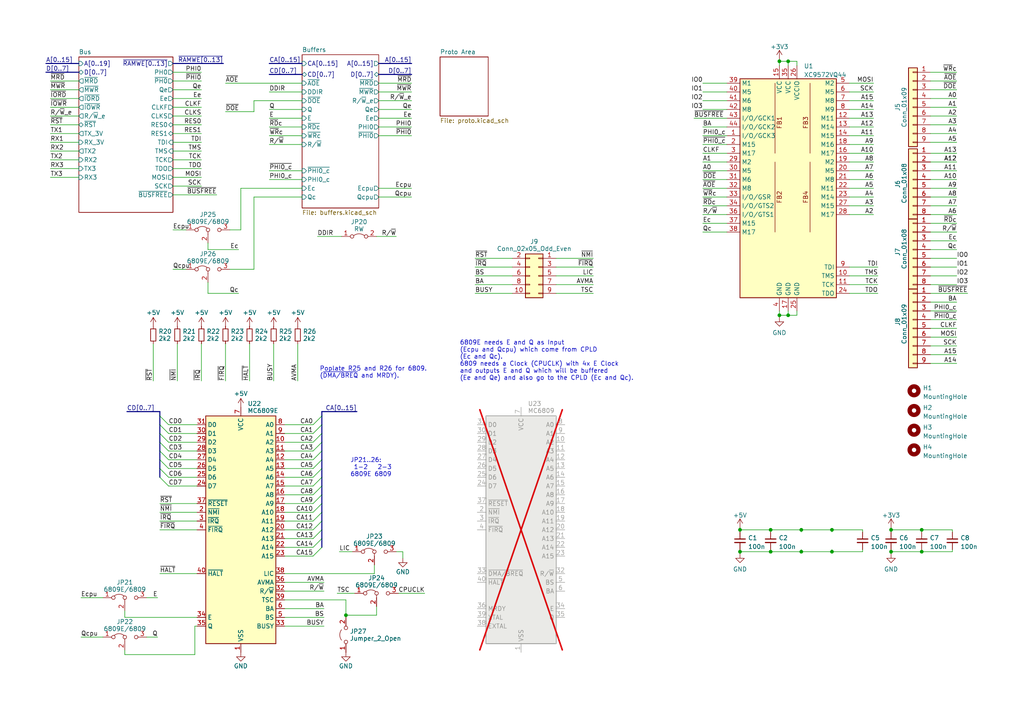
<source format=kicad_sch>
(kicad_sch (version 20230121) (generator eeschema)
  (paper "A4")
  (title_block (title "Unicomp v2 - 6502 6802 Board") (date "2023-06-29") (rev "v2") (company "100% Offner") (comment 1 "v2: Initial"))
  (junction (at 232.41 160.02))
  (junction (at 258.445 153.67))
  (junction (at 226.06 17.78))
  (junction (at 223.52 153.67))
  (junction (at 241.3 160.02))
  (junction (at 241.3 153.67))
  (junction (at 214.63 153.67))
  (junction (at 267.335 153.67))
  (junction (at 223.52 160.02))
  (junction (at 228.6 91.44))
  (junction (at 232.41 153.67))
  (junction (at 100.33 178.435))
  (junction (at 214.63 160.02))
  (junction (at 258.445 160.02))
  (junction (at 226.06 91.44))
  (junction (at 228.6 17.78))
  (junction (at 267.335 160.02))
  (bus_entry (at 93.345 123.19) (size -2.54 2.54))
  (bus_entry (at 93.345 151.13) (size -2.54 2.54))
  (bus_entry (at 46.355 128.27) (size 2.54 2.54))
  (bus_entry (at 93.345 130.81) (size -2.54 2.54))
  (bus_entry (at 46.355 123.19) (size 2.54 2.54))
  (bus_entry (at 93.345 146.05) (size -2.54 2.54))
  (bus_entry (at 46.355 120.65) (size 2.54 2.54))
  (bus_entry (at 93.345 156.21) (size -2.54 2.54))
  (bus_entry (at 93.345 128.27) (size -2.54 2.54))
  (bus_entry (at 93.345 153.67) (size -2.54 2.54))
  (bus_entry (at 46.355 138.43) (size 2.54 2.54))
  (bus_entry (at 93.345 143.51) (size -2.54 2.54))
  (bus_entry (at 93.345 120.65) (size -2.54 2.54))
  (bus_entry (at 93.345 138.43) (size -2.54 2.54))
  (bus_entry (at 46.355 130.81) (size 2.54 2.54))
  (bus_entry (at 46.355 135.89) (size 2.54 2.54))
  (bus_entry (at 93.345 125.73) (size -2.54 2.54))
  (bus_entry (at 93.345 133.35) (size -2.54 2.54))
  (bus_entry (at 46.355 133.35) (size 2.54 2.54))
  (bus_entry (at 93.345 148.59) (size -2.54 2.54))
  (bus_entry (at 93.345 140.97) (size -2.54 2.54))
  (bus_entry (at 93.345 135.89) (size -2.54 2.54))
  (bus_entry (at 46.355 125.73) (size 2.54 2.54))
  (bus_entry (at 93.345 158.75) (size -2.54 2.54))
  (bus (pts (xy 46.355 128.27) (xy 46.355 130.81)))
  (wire (pts (xy 269.875 41.275) (xy 277.495 41.275)))
  (wire (pts (xy 97.79 172.085) (xy 102.87 172.085)))
  (wire (pts (xy 241.3 159.385) (xy 241.3 160.02)))
  (wire (pts (xy 250.19 159.385) (xy 250.19 160.02)))
  (wire (pts (xy 60.325 70.485) (xy 60.325 72.39)))
  (wire (pts (xy 109.855 57.15) (xy 119.38 57.15)))
  (wire (pts (xy 203.835 24.13) (xy 210.82 24.13)))
  (wire (pts (xy 223.52 153.67) (xy 223.52 154.305)))
  (wire (pts (xy 82.55 179.07) (xy 93.98 179.07)))
  (wire (pts (xy 14.605 31.115) (xy 22.86 31.115)))
  (wire (pts (xy 269.875 69.85) (xy 277.495 69.85)))
  (wire (pts (xy 73.66 78.105) (xy 73.66 57.15)))
  (wire (pts (xy 46.355 151.13) (xy 57.15 151.13)))
  (bus (pts (xy 93.345 158.75) (xy 93.345 156.21)))
  (wire (pts (xy 246.38 26.67) (xy 253.365 26.67)))
  (wire (pts (xy 57.15 128.27) (xy 48.895 128.27)))
  (wire (pts (xy 50.165 43.815) (xy 58.42 43.815)))
  (wire (pts (xy 57.15 140.97) (xy 48.895 140.97)))
  (bus (pts (xy 50.165 18.415) (xy 64.77 18.415)))
  (wire (pts (xy 46.355 146.05) (xy 57.15 146.05)))
  (wire (pts (xy 269.875 54.61) (xy 277.495 54.61)))
  (wire (pts (xy 269.875 49.53) (xy 277.495 49.53)))
  (bus (pts (xy 109.855 21.59) (xy 119.38 21.59)))
  (wire (pts (xy 72.39 110.49) (xy 72.39 99.695)))
  (wire (pts (xy 42.545 184.785) (xy 45.72 184.785)))
  (bus (pts (xy 93.345 135.89) (xy 93.345 133.35)))
  (bus (pts (xy 46.355 133.35) (xy 46.355 135.89)))
  (wire (pts (xy 109.855 26.67) (xy 119.38 26.67)))
  (wire (pts (xy 82.55 176.53) (xy 93.98 176.53)))
  (wire (pts (xy 65.405 32.385) (xy 73.66 32.385)))
  (wire (pts (xy 73.66 57.15) (xy 87.63 57.15)))
  (wire (pts (xy 269.875 26.035) (xy 277.495 26.035)))
  (wire (pts (xy 201.295 34.29) (xy 210.82 34.29)))
  (wire (pts (xy 66.675 66.675) (xy 69.85 66.675)))
  (wire (pts (xy 100.33 178.435) (xy 109.22 178.435)))
  (wire (pts (xy 269.875 38.735) (xy 277.495 38.735)))
  (wire (pts (xy 57.15 133.35) (xy 48.895 133.35)))
  (wire (pts (xy 50.165 36.195) (xy 58.42 36.195)))
  (wire (pts (xy 100.33 178.435) (xy 100.33 179.07)))
  (wire (pts (xy 214.63 160.655) (xy 214.63 160.02)))
  (wire (pts (xy 82.55 156.21) (xy 90.805 156.21)))
  (bus (pts (xy 46.355 120.65) (xy 46.355 123.19)))
  (wire (pts (xy 203.835 39.37) (xy 210.82 39.37)))
  (wire (pts (xy 23.495 173.355) (xy 29.845 173.355)))
  (wire (pts (xy 214.63 160.02) (xy 223.52 160.02)))
  (wire (pts (xy 269.875 74.93) (xy 277.495 74.93)))
  (wire (pts (xy 203.835 26.67) (xy 210.82 26.67)))
  (wire (pts (xy 161.29 85.09) (xy 172.085 85.09)))
  (wire (pts (xy 82.55 158.75) (xy 90.805 158.75)))
  (wire (pts (xy 60.325 85.09) (xy 60.325 81.915)))
  (wire (pts (xy 65.405 24.13) (xy 87.63 24.13)))
  (bus (pts (xy 93.345 128.27) (xy 93.345 125.73)))
  (wire (pts (xy 109.855 39.37) (xy 119.38 39.37)))
  (wire (pts (xy 50.165 20.955) (xy 58.42 20.955)))
  (wire (pts (xy 267.335 160.02) (xy 276.225 160.02)))
  (bus (pts (xy 93.345 138.43) (xy 93.345 135.89)))
  (wire (pts (xy 226.06 17.78) (xy 226.06 19.05)))
  (bus (pts (xy 109.855 18.415) (xy 119.38 18.415)))
  (wire (pts (xy 50.165 28.575) (xy 58.42 28.575)))
  (wire (pts (xy 78.105 41.91) (xy 87.63 41.91)))
  (wire (pts (xy 82.55 123.19) (xy 90.805 123.19)))
  (wire (pts (xy 109.855 24.13) (xy 119.38 24.13)))
  (wire (pts (xy 250.19 153.67) (xy 250.19 154.305)))
  (wire (pts (xy 57.15 138.43) (xy 48.895 138.43)))
  (wire (pts (xy 232.41 160.02) (xy 241.3 160.02)))
  (wire (pts (xy 228.6 17.78) (xy 228.6 19.05)))
  (wire (pts (xy 203.835 36.83) (xy 210.82 36.83)))
  (wire (pts (xy 258.445 153.67) (xy 267.335 153.67)))
  (wire (pts (xy 78.105 49.53) (xy 87.63 49.53)))
  (wire (pts (xy 269.875 52.07) (xy 277.495 52.07)))
  (wire (pts (xy 14.605 46.355) (xy 22.86 46.355)))
  (wire (pts (xy 92.075 68.58) (xy 99.06 68.58)))
  (wire (pts (xy 78.105 36.83) (xy 87.63 36.83)))
  (wire (pts (xy 269.875 102.87) (xy 277.495 102.87)))
  (bus (pts (xy 93.345 119.38) (xy 103.505 119.38)))
  (wire (pts (xy 269.875 57.15) (xy 277.495 57.15)))
  (wire (pts (xy 203.835 54.61) (xy 210.82 54.61)))
  (wire (pts (xy 246.38 59.69) (xy 253.365 59.69)))
  (wire (pts (xy 226.06 17.145) (xy 226.06 17.78)))
  (wire (pts (xy 50.165 51.435) (xy 58.42 51.435)))
  (wire (pts (xy 258.445 153.035) (xy 258.445 153.67)))
  (bus (pts (xy 93.345 130.81) (xy 93.345 128.27)))
  (wire (pts (xy 108.585 166.37) (xy 108.585 163.83)))
  (wire (pts (xy 36.195 179.07) (xy 57.15 179.07)))
  (wire (pts (xy 246.38 24.13) (xy 253.365 24.13)))
  (wire (pts (xy 23.495 184.785) (xy 29.845 184.785)))
  (wire (pts (xy 57.15 125.73) (xy 48.895 125.73)))
  (wire (pts (xy 36.195 177.165) (xy 36.195 179.07)))
  (wire (pts (xy 269.875 62.23) (xy 277.495 62.23)))
  (wire (pts (xy 203.835 59.69) (xy 210.82 59.69)))
  (wire (pts (xy 269.875 82.55) (xy 277.495 82.55)))
  (wire (pts (xy 258.445 153.67) (xy 258.445 154.305)))
  (bus (pts (xy 93.345 143.51) (xy 93.345 140.97)))
  (wire (pts (xy 56.515 181.61) (xy 57.15 181.61)))
  (wire (pts (xy 203.835 52.07) (xy 210.82 52.07)))
  (wire (pts (xy 14.605 41.275) (xy 22.86 41.275)))
  (wire (pts (xy 226.06 17.78) (xy 228.6 17.78)))
  (wire (pts (xy 267.335 159.385) (xy 267.335 160.02)))
  (wire (pts (xy 79.375 110.49) (xy 79.375 99.695)))
  (wire (pts (xy 232.41 153.67) (xy 232.41 154.305)))
  (wire (pts (xy 78.105 34.29) (xy 87.63 34.29)))
  (wire (pts (xy 82.55 130.81) (xy 90.805 130.81)))
  (wire (pts (xy 14.605 51.435) (xy 22.86 51.435)))
  (wire (pts (xy 137.795 85.09) (xy 148.59 85.09)))
  (wire (pts (xy 269.875 20.955) (xy 277.495 20.955)))
  (wire (pts (xy 203.835 57.15) (xy 210.82 57.15)))
  (wire (pts (xy 269.875 77.47) (xy 277.495 77.47)))
  (wire (pts (xy 214.63 153.035) (xy 214.63 153.67)))
  (wire (pts (xy 232.41 153.67) (xy 241.3 153.67)))
  (wire (pts (xy 137.795 74.93) (xy 148.59 74.93)))
  (wire (pts (xy 50.165 66.675) (xy 53.975 66.675)))
  (wire (pts (xy 57.15 135.89) (xy 48.895 135.89)))
  (bus (pts (xy 93.345 153.67) (xy 93.345 151.13)))
  (wire (pts (xy 161.29 77.47) (xy 172.085 77.47)))
  (wire (pts (xy 246.38 34.29) (xy 253.365 34.29)))
  (wire (pts (xy 231.14 91.44) (xy 231.14 90.17)))
  (wire (pts (xy 246.38 39.37) (xy 253.365 39.37)))
  (wire (pts (xy 223.52 153.67) (xy 232.41 153.67)))
  (wire (pts (xy 269.875 28.575) (xy 277.495 28.575)))
  (wire (pts (xy 14.605 33.655) (xy 22.86 33.655)))
  (wire (pts (xy 82.55 128.27) (xy 90.805 128.27)))
  (wire (pts (xy 46.355 148.59) (xy 57.15 148.59)))
  (bus (pts (xy 93.345 123.19) (xy 93.345 120.65)))
  (wire (pts (xy 50.165 26.035) (xy 58.42 26.035)))
  (wire (pts (xy 228.6 91.44) (xy 231.14 91.44)))
  (wire (pts (xy 137.795 77.47) (xy 148.59 77.47)))
  (bus (pts (xy 22.86 18.415) (xy 13.335 18.415)))
  (wire (pts (xy 42.545 173.355) (xy 45.72 173.355)))
  (wire (pts (xy 269.875 33.655) (xy 277.495 33.655)))
  (wire (pts (xy 228.6 17.78) (xy 231.14 17.78)))
  (wire (pts (xy 269.875 87.63) (xy 277.495 87.63)))
  (wire (pts (xy 161.29 80.01) (xy 172.085 80.01)))
  (bus (pts (xy 36.83 119.38) (xy 46.355 119.38)))
  (wire (pts (xy 246.38 77.47) (xy 254.635 77.47)))
  (wire (pts (xy 109.855 34.29) (xy 119.38 34.29)))
  (wire (pts (xy 246.38 62.23) (xy 253.365 62.23)))
  (wire (pts (xy 232.41 159.385) (xy 232.41 160.02)))
  (wire (pts (xy 82.55 133.35) (xy 90.805 133.35)))
  (wire (pts (xy 228.6 91.44) (xy 228.6 90.17)))
  (wire (pts (xy 50.165 48.895) (xy 58.42 48.895)))
  (wire (pts (xy 73.66 29.21) (xy 87.63 29.21)))
  (wire (pts (xy 57.15 123.19) (xy 48.895 123.19)))
  (wire (pts (xy 50.165 33.655) (xy 58.42 33.655)))
  (wire (pts (xy 246.38 36.83) (xy 253.365 36.83)))
  (wire (pts (xy 82.55 140.97) (xy 90.805 140.97)))
  (wire (pts (xy 82.55 143.51) (xy 90.805 143.51)))
  (wire (pts (xy 109.22 178.435) (xy 109.22 175.895)))
  (wire (pts (xy 269.875 80.01) (xy 277.495 80.01)))
  (wire (pts (xy 269.875 31.115) (xy 277.495 31.115)))
  (wire (pts (xy 203.835 46.99) (xy 210.82 46.99)))
  (wire (pts (xy 137.795 80.01) (xy 148.59 80.01)))
  (wire (pts (xy 78.105 52.07) (xy 87.63 52.07)))
  (wire (pts (xy 82.55 148.59) (xy 90.805 148.59)))
  (wire (pts (xy 14.605 36.195) (xy 22.86 36.195)))
  (bus (pts (xy 46.355 130.81) (xy 46.355 133.35)))
  (bus (pts (xy 87.63 18.415) (xy 78.105 18.415)))
  (wire (pts (xy 82.55 168.91) (xy 93.98 168.91)))
  (wire (pts (xy 241.3 153.67) (xy 241.3 154.305)))
  (wire (pts (xy 66.675 78.105) (xy 73.66 78.105)))
  (wire (pts (xy 50.165 41.275) (xy 58.42 41.275)))
  (wire (pts (xy 269.875 92.71) (xy 277.495 92.71)))
  (wire (pts (xy 226.06 91.44) (xy 228.6 91.44)))
  (bus (pts (xy 93.345 133.35) (xy 93.345 130.81)))
  (wire (pts (xy 269.875 67.31) (xy 277.495 67.31)))
  (wire (pts (xy 269.875 90.17) (xy 277.495 90.17)))
  (wire (pts (xy 226.06 90.17) (xy 226.06 91.44)))
  (wire (pts (xy 269.875 97.79) (xy 277.495 97.79)))
  (bus (pts (xy 93.345 140.97) (xy 93.345 138.43)))
  (wire (pts (xy 223.52 159.385) (xy 223.52 160.02)))
  (bus (pts (xy 93.345 125.73) (xy 93.345 123.19)))
  (wire (pts (xy 203.835 64.77) (xy 210.82 64.77)))
  (wire (pts (xy 50.165 53.975) (xy 58.42 53.975)))
  (wire (pts (xy 100.33 173.99) (xy 100.33 178.435)))
  (wire (pts (xy 203.835 49.53) (xy 210.82 49.53)))
  (wire (pts (xy 58.42 110.49) (xy 58.42 99.695)))
  (wire (pts (xy 203.835 29.21) (xy 210.82 29.21)))
  (bus (pts (xy 46.355 135.89) (xy 46.355 138.43)))
  (wire (pts (xy 14.605 28.575) (xy 22.86 28.575)))
  (wire (pts (xy 246.38 29.21) (xy 253.365 29.21)))
  (wire (pts (xy 78.105 39.37) (xy 87.63 39.37)))
  (wire (pts (xy 246.38 49.53) (xy 253.365 49.53)))
  (wire (pts (xy 50.165 56.515) (xy 62.865 56.515)))
  (bus (pts (xy 46.355 119.38) (xy 46.355 120.65)))
  (bus (pts (xy 93.345 146.05) (xy 93.345 143.51)))
  (wire (pts (xy 246.38 31.75) (xy 253.365 31.75)))
  (wire (pts (xy 82.55 161.29) (xy 90.805 161.29)))
  (wire (pts (xy 203.835 41.91) (xy 210.82 41.91)))
  (wire (pts (xy 82.55 138.43) (xy 90.805 138.43)))
  (wire (pts (xy 223.52 160.02) (xy 232.41 160.02)))
  (wire (pts (xy 50.165 78.105) (xy 53.975 78.105)))
  (wire (pts (xy 50.165 38.735) (xy 58.42 38.735)))
  (wire (pts (xy 246.38 41.91) (xy 253.365 41.91)))
  (wire (pts (xy 44.45 110.49) (xy 44.45 99.695)))
  (wire (pts (xy 14.605 43.815) (xy 22.86 43.815)))
  (wire (pts (xy 269.875 36.195) (xy 277.495 36.195)))
  (wire (pts (xy 231.14 17.78) (xy 231.14 19.05)))
  (wire (pts (xy 109.855 54.61) (xy 119.38 54.61)))
  (wire (pts (xy 51.435 110.49) (xy 51.435 99.695)))
  (wire (pts (xy 203.835 67.31) (xy 210.82 67.31)))
  (wire (pts (xy 14.605 38.735) (xy 22.86 38.735)))
  (wire (pts (xy 82.55 151.13) (xy 90.805 151.13)))
  (wire (pts (xy 82.55 171.45) (xy 93.98 171.45)))
  (wire (pts (xy 214.63 153.67) (xy 214.63 154.305)))
  (wire (pts (xy 109.855 29.21) (xy 119.38 29.21)))
  (wire (pts (xy 276.225 159.385) (xy 276.225 160.02)))
  (wire (pts (xy 14.605 23.495) (xy 22.86 23.495)))
  (wire (pts (xy 203.835 44.45) (xy 210.82 44.45)))
  (wire (pts (xy 65.405 110.49) (xy 65.405 99.695)))
  (wire (pts (xy 14.605 26.035) (xy 22.86 26.035)))
  (bus (pts (xy 87.63 21.59) (xy 78.105 21.59)))
  (wire (pts (xy 69.85 66.675) (xy 69.85 54.61)))
  (wire (pts (xy 86.36 110.49) (xy 86.36 99.695)))
  (wire (pts (xy 46.355 153.67) (xy 57.15 153.67)))
  (wire (pts (xy 69.215 85.09) (xy 60.325 85.09)))
  (wire (pts (xy 226.06 91.44) (xy 226.06 92.075)))
  (bus (pts (xy 93.345 120.65) (xy 93.345 119.38)))
  (wire (pts (xy 82.55 166.37) (xy 108.585 166.37)))
  (wire (pts (xy 203.835 62.23) (xy 210.82 62.23)))
  (wire (pts (xy 269.875 59.69) (xy 277.495 59.69)))
  (wire (pts (xy 161.29 74.93) (xy 172.085 74.93)))
  (wire (pts (xy 56.515 189.865) (xy 56.515 181.61)))
  (wire (pts (xy 78.105 26.67) (xy 87.63 26.67)))
  (wire (pts (xy 258.445 160.02) (xy 267.335 160.02)))
  (bus (pts (xy 93.345 148.59) (xy 93.345 146.05)))
  (bus (pts (xy 93.345 151.13) (xy 93.345 148.59)))
  (wire (pts (xy 203.835 31.75) (xy 210.82 31.75)))
  (wire (pts (xy 269.875 85.09) (xy 280.67 85.09)))
  (wire (pts (xy 246.38 52.07) (xy 253.365 52.07)))
  (wire (pts (xy 269.875 100.33) (xy 277.495 100.33)))
  (wire (pts (xy 246.38 44.45) (xy 253.365 44.45)))
  (wire (pts (xy 267.335 153.67) (xy 267.335 154.305)))
  (wire (pts (xy 60.325 72.39) (xy 69.215 72.39)))
  (wire (pts (xy 269.875 23.495) (xy 277.495 23.495)))
  (wire (pts (xy 114.935 160.02) (xy 116.84 160.02)))
  (wire (pts (xy 246.38 54.61) (xy 253.365 54.61)))
  (wire (pts (xy 36.195 189.865) (xy 56.515 189.865)))
  (wire (pts (xy 246.38 85.09) (xy 254.635 85.09)))
  (wire (pts (xy 98.425 160.02) (xy 102.235 160.02)))
  (wire (pts (xy 109.855 36.83) (xy 119.38 36.83)))
  (wire (pts (xy 269.875 46.99) (xy 277.495 46.99)))
  (wire (pts (xy 269.875 72.39) (xy 277.495 72.39)))
  (wire (pts (xy 50.165 23.495) (xy 58.42 23.495)))
  (wire (pts (xy 82.55 173.99) (xy 100.33 173.99)))
  (wire (pts (xy 269.875 95.25) (xy 277.495 95.25)))
  (wire (pts (xy 69.85 54.61) (xy 87.63 54.61)))
  (wire (pts (xy 82.55 146.05) (xy 90.805 146.05)))
  (wire (pts (xy 137.795 82.55) (xy 148.59 82.55)))
  (wire (pts (xy 82.55 125.73) (xy 90.805 125.73)))
  (bus (pts (xy 22.86 20.955) (xy 13.335 20.955)))
  (wire (pts (xy 109.855 31.75) (xy 119.38 31.75)))
  (wire (pts (xy 116.84 160.02) (xy 116.84 161.925)))
  (wire (pts (xy 241.3 160.02) (xy 250.19 160.02)))
  (wire (pts (xy 36.195 188.595) (xy 36.195 189.865)))
  (wire (pts (xy 246.38 46.99) (xy 253.365 46.99)))
  (wire (pts (xy 269.875 64.77) (xy 277.495 64.77)))
  (wire (pts (xy 50.165 46.355) (xy 58.42 46.355)))
  (wire (pts (xy 50.165 31.115) (xy 58.42 31.115)))
  (wire (pts (xy 214.63 160.02) (xy 214.63 159.385)))
  (wire (pts (xy 258.445 159.385) (xy 258.445 160.02)))
  (wire (pts (xy 109.22 68.58) (xy 114.935 68.58)))
  (wire (pts (xy 258.445 160.02) (xy 258.445 160.655)))
  (wire (pts (xy 73.66 32.385) (xy 73.66 29.21)))
  (wire (pts (xy 276.225 153.67) (xy 276.225 154.305)))
  (wire (pts (xy 214.63 153.67) (xy 223.52 153.67)))
  (wire (pts (xy 267.335 153.67) (xy 276.225 153.67)))
  (bus (pts (xy 46.355 123.19) (xy 46.355 125.73)))
  (bus (pts (xy 93.345 156.21) (xy 93.345 153.67)))
  (wire (pts (xy 246.38 80.01) (xy 254.635 80.01)))
  (wire (pts (xy 246.38 82.55) (xy 254.635 82.55)))
  (wire (pts (xy 14.605 48.895) (xy 22.86 48.895)))
  (wire (pts (xy 269.875 105.41) (xy 277.495 105.41)))
  (wire (pts (xy 46.355 166.37) (xy 57.15 166.37)))
  (wire (pts (xy 269.875 44.45) (xy 277.495 44.45)))
  (wire (pts (xy 57.15 130.81) (xy 48.895 130.81)))
  (wire (pts (xy 241.3 153.67) (xy 250.19 153.67)))
  (wire (pts (xy 82.55 181.61) (xy 93.98 181.61)))
  (wire (pts (xy 246.38 57.15) (xy 253.365 57.15)))
  (wire (pts (xy 82.55 135.89) (xy 90.805 135.89)))
  (wire (pts (xy 115.57 172.085) (xy 123.19 172.085)))
  (wire (pts (xy 161.29 82.55) (xy 172.085 82.55)))
  (wire (pts (xy 78.105 31.75) (xy 87.63 31.75)))
  (bus (pts (xy 46.355 125.73) (xy 46.355 128.27)))
  (wire (pts (xy 82.55 153.67) (xy 90.805 153.67)))
  (text "Poplate R25 and R26 for 6809.\n(~{DMA/BREQ} and MRDY)." (at 92.71 109.855 0) (effects (font (size 1.27 1.27)) (justify left bottom)))
  (text "6809E needs E and Q as Input\n(Ecpu and Qcpu) which come from CPLD\n(Ec and Qc).\n6809 needs a Clock (CPUCLK) with 4x E Clock\nand outputs E and Q which will be buffered\n(Ee and Qe) and also go to the CPLD (Ec and Qc)." (at 133.35 110.49 0) (effects (font (size 1.27 1.27)) (justify left bottom)))
  (text "JP21..26:\n 1-2   2-3\n6809E 6809" (at 101.6 138.43 0) (effects (font (size 1.27 1.27)) (justify left bottom)))
  (label "CD3" (at 48.895 130.81 0))
  (label "CA7" (at 90.805 140.97 180))
  (label "~{IOWR}" (at 14.605 31.115 0))
  (label "~{PHI0}" (at 119.38 39.37 180))
  (label "TSC" (at 97.79 172.085 0))
  (label "A9" (at 253.365 41.91 180))
  (label "A5" (at 253.365 54.61 180))
  (label "A14" (at 277.495 105.41 180))
  (label "~{DOE}" (at 203.835 52.07 0))
  (label "~{RST}" (at 137.795 74.93 0))
  (label "TSC" (at 172.085 85.09 180))
  (label "Qcpu" (at 50.165 78.105 0))
  (label "CA14" (at 90.805 158.75 180))
  (label "CA11" (at 90.805 151.13 180))
  (label "~{WR}c" (at 203.835 57.15 0))
  (label "E" (at 78.105 34.29 0))
  (label "~{IRQ}" (at 137.795 77.47 0))
  (label "BS" (at 93.98 179.07 180))
  (label "~{NMI}" (at 172.085 74.93 180))
  (label "CPUCLK" (at 123.19 172.085 180))
  (label "Ee" (at 58.42 28.575 180))
  (label "PHI0_c" (at 277.495 90.17 180))
  (label "A1" (at 277.495 31.115 180))
  (label "R{slash}~{W}" (at 203.835 62.23 0))
  (label "TCK" (at 254.635 82.55 180))
  (label "A11" (at 253.365 39.37 180))
  (label "~{MWR}" (at 119.38 26.67 180))
  (label "~{FIRQ}" (at 46.355 153.67 0))
  (label "Ecpu" (at 119.38 54.61 180))
  (label "BA" (at 93.98 176.53 180))
  (label "~{DOE}" (at 277.495 26.035 180))
  (label "~{PHI0_c}" (at 277.495 92.71 180))
  (label "BA" (at 277.495 87.63 180))
  (label "Qcpu" (at 23.495 184.785 0))
  (label "TX2" (at 14.605 46.355 0))
  (label "A10" (at 253.365 44.45 180))
  (label "CA5" (at 90.805 135.89 180))
  (label "TX3" (at 14.605 51.435 0))
  (label "CLKS" (at 58.42 33.655 180))
  (label "A13" (at 253.365 34.29 180))
  (label "SCK" (at 277.495 100.33 180))
  (label "SCK" (at 58.42 53.975 180))
  (label "~{RST}" (at 44.45 110.49 90))
  (label "TDO" (at 254.635 85.09 180))
  (label "CA3" (at 90.805 130.81 180))
  (label "R{slash}~{W}" (at 78.105 41.91 0))
  (label "PHI0_c" (at 78.105 52.07 0))
  (label "A5" (at 277.495 41.275 180))
  (label "A0" (at 203.835 49.53 0))
  (label "~{IRQ}" (at 58.42 110.49 90))
  (label "A12" (at 253.365 36.83 180))
  (label "R{slash}~{W}_e" (at 119.38 29.21 180))
  (label "~{WR}c" (at 277.495 20.955 180))
  (label "CA10" (at 90.805 148.59 180))
  (label "CD6" (at 48.895 138.43 0))
  (label "A10" (at 277.495 52.07 180))
  (label "Q" (at 78.105 31.75 0))
  (label "A15" (at 253.365 29.21 180))
  (label "BS" (at 137.795 80.01 0))
  (label "DDIR" (at 78.105 26.67 0))
  (label "~{BUSFREE}" (at 280.67 85.09 180))
  (label "~{FIRQ}" (at 172.085 77.47 180))
  (label "LIC" (at 172.085 80.01 180))
  (label "TDI" (at 58.42 41.275 180))
  (label "~{IRQ}" (at 46.355 151.13 0))
  (label "~{RST}" (at 14.605 36.195 0))
  (label "CA4" (at 90.805 133.35 180))
  (label "R{slash}~{W}_e" (at 14.605 33.655 0))
  (label "CLKF" (at 58.42 31.115 180))
  (label "CA15" (at 90.805 161.29 180))
  (label "AVMA" (at 86.36 110.49 90))
  (label "~{BUSFREE}" (at 62.865 56.515 180))
  (label "CA[0..15]" (at 103.505 119.38 180))
  (label "IO1" (at 203.835 26.67 180))
  (label "~{BUSFREE}" (at 201.295 34.29 0))
  (label "SCK" (at 253.365 26.67 180))
  (label "~{IORD}" (at 14.605 28.575 0))
  (label "CA9" (at 90.805 146.05 180))
  (label "A9" (at 277.495 54.61 180))
  (label "~{RAMWE[0..13]}" (at 64.77 18.415 180))
  (label "~{MRD}" (at 119.38 24.13 180))
  (label "A15" (at 277.495 102.87 180))
  (label "RX3" (at 14.605 48.895 0))
  (label "CD4" (at 48.895 133.35 0))
  (label "RES1" (at 58.42 38.735 180))
  (label "IO3" (at 277.495 82.55 0))
  (label "CA2" (at 90.805 128.27 180))
  (label "A3" (at 253.365 59.69 180))
  (label "CLKF" (at 203.835 44.45 0))
  (label "DDIR" (at 92.075 68.58 0))
  (label "Qcpu" (at 119.38 57.15 180))
  (label "TDO" (at 58.42 48.895 180))
  (label "MOSI" (at 58.42 51.435 180))
  (label "PHI0_c" (at 203.835 39.37 0))
  (label "AVMA" (at 93.98 168.91 180))
  (label "~{RD}c" (at 78.105 36.83 0))
  (label "CA[0..15]" (at 78.105 18.415 0))
  (label "Ecpu" (at 50.165 66.675 0))
  (label "Ec" (at 277.495 69.85 180))
  (label "RES0" (at 58.42 36.195 180))
  (label "IO1" (at 277.495 77.47 0))
  (label "CA1" (at 90.805 125.73 180))
  (label "CD5" (at 48.895 135.89 0))
  (label "Q" (at 45.72 184.785 180))
  (label "IO3" (at 203.835 31.75 180))
  (label "PHI0" (at 119.38 36.83 180))
  (label "CD7" (at 48.895 140.97 0))
  (label "~{DOE}" (at 65.405 32.385 0))
  (label "CD[0..7]" (at 78.105 21.59 0))
  (label "IO0" (at 203.835 24.13 180))
  (label "PHI0" (at 58.42 20.955 180))
  (label "TMS" (at 58.42 43.815 180))
  (label "MOSI" (at 277.495 97.79 180))
  (label "CA0" (at 90.805 123.19 180))
  (label "D[0..7]" (at 13.335 20.955 0))
  (label "CA8" (at 90.805 143.51 180))
  (label "RX1" (at 14.605 41.275 0))
  (label "A13" (at 277.495 44.45 180))
  (label "A14" (at 253.365 31.75 180))
  (label "Ee" (at 119.38 34.29 180))
  (label "~{MWR}" (at 14.605 26.035 0))
  (label "RX2" (at 14.605 43.815 0))
  (label "TDI" (at 254.635 77.47 180))
  (label "CD1" (at 48.895 125.73 0))
  (label "R{slash}~{W}" (at 277.495 67.31 180))
  (label "A2" (at 253.365 62.23 180))
  (label "CD[0..7]" (at 36.83 119.38 0))
  (label "TX1" (at 14.605 38.735 0))
  (label "CLKF" (at 277.495 95.25 180))
  (label "A8" (at 253.365 46.99 180))
  (label "A0" (at 277.495 28.575 180))
  (label "~{RD}c" (at 277.495 64.77 180))
  (label "A12" (at 277.495 46.99 180))
  (label "Ec" (at 69.215 72.39 180))
  (label "Ec" (at 203.835 64.77 0))
  (label "A8" (at 277.495 57.15 180))
  (label "~{NMI}" (at 51.435 110.49 90))
  (label "IO0" (at 277.495 74.93 0))
  (label "IO2" (at 203.835 29.21 180))
  (label "~{HALT}" (at 46.355 166.37 0))
  (label "R{slash}~{W}" (at 114.935 68.58 180))
  (label "A6" (at 253.365 52.07 180))
  (label "~{NMI}" (at 46.355 148.59 0))
  (label "A6" (at 277.495 62.23 180))
  (label "Qe" (at 119.38 31.75 180))
  (label "BA" (at 137.795 82.55 0))
  (label "R{slash}~{W}" (at 93.98 171.45 180))
  (label "TMS" (at 254.635 80.01 180))
  (label "~{PHI0_c}" (at 203.835 41.91 0))
  (label "LIC" (at 98.425 160.02 0))
  (label "CA12" (at 90.805 153.67 180))
  (label "~{FIRQ}" (at 65.405 110.49 90))
  (label "A[0..15]" (at 13.335 18.415 0))
  (label "CA6" (at 90.805 138.43 180))
  (label "A12" (at 277.495 46.99 180))
  (label "~{AOE}" (at 203.835 54.61 0))
  (label "~{PHI0_c}" (at 78.105 49.53 0))
  (label "~{MRD}" (at 14.605 23.495 0))
  (label "Qc" (at 277.495 72.39 180))
  (label "BA" (at 203.835 36.83 0))
  (label "~{AOE}" (at 277.495 23.495 180))
  (label "~{RD}c" (at 203.835 59.69 0))
  (label "Ecpu" (at 23.495 173.355 0))
  (label "A4" (at 253.365 57.15 180))
  (label "BUSY" (at 93.98 181.61 180))
  (label "A4" (at 277.495 38.735 180))
  (label "A11" (at 277.495 49.53 180))
  (label "~{AOE}" (at 65.405 24.13 0))
  (label "A3" (at 277.495 36.195 180))
  (label "BUSY" (at 79.375 110.49 90))
  (label "BUSY" (at 137.795 85.09 0))
  (label "Qc" (at 203.835 67.31 0))
  (label "A7" (at 277.495 59.69 180))
  (label "CA13" (at 90.805 156.21 180))
  (label "IO2" (at 277.495 80.01 0))
  (label "CD0" (at 48.895 123.19 0))
  (label "CD2" (at 48.895 128.27 0))
  (label "MOSI" (at 253.365 24.13 180))
  (label "Qc" (at 69.215 85.09 180))
  (label "AVMA" (at 172.085 82.55 180))
  (label "D[0..7]" (at 119.38 21.59 180))
  (label "~{WR}c" (at 78.105 39.37 0))
  (label "A7" (at 253.365 49.53 180))
  (label "E" (at 45.72 173.355 180))
  (label "~{HALT}" (at 72.39 110.49 90))
  (label "TCK" (at 58.42 46.355 180))
  (label "A2" (at 277.495 33.655 180))
  (label "A[0..15]" (at 119.38 18.415 180))
  (label "~{RST}" (at 46.355 146.05 0))
  (label "A1" (at 203.835 46.99 0))
  (label "Qe" (at 58.42 26.035 180))
  (label "~{PHI0}" (at 58.42 23.495 180))
  (symbol (lib_name "+5V_2") (lib_id "power:+5V") (at 79.375 94.615 0) (unit 1)
    (property "Reference" "#PWR059" (effects hide))
    (property "Value" "+5V" (at 79.375 90.67 0))
  )
  (symbol (lib_name "+5V_2") (lib_id "power:+5V") (at 58.42 94.615 0) (unit 1)
    (property "Reference" "#PWR055" (effects hide))
    (property "Value" "+5V" (at 58.42 90.67 0))
  )
  (symbol (lib_id "Jumper:Jumper_3_Bridged12") (at 36.195 184.785 0) (unit 1)
    (property "Reference" "JP22" (at 36.195 180.3408 0))
    (property "Value" "6809E/6809" (at 36.195 182.3888 0))
    (property "Footprint" "Jumper:SolderJumper-3_P1.3mm_Bridged12_RoundedPad1.0x1.5mm_NumberLabels" (effects hide))
  )
  (symbol (lib_name "GND_1") (lib_id "power:GND") (at 100.33 189.23 0) (unit 1)
    (property "Reference" "#PWR061" (effects hide))
    (property "Value" "GND" (at 100.33 193.175 0))
  )
  (symbol (lib_id "Device:C_Small") (at 223.52 156.845 0) (unit 1)
    (property "Reference" "C2" (at 225.8441 156.0166 0) (effects (justify left)))
    (property "Value" "100n" (at 225.8441 158.5535 0) (effects (justify left)))
    (property "Footprint" "Capacitor_SMD:C_1206_3216Metric" (effects hide))
  )
  (symbol (lib_id "Device:R_Small") (at 44.45 97.155 0) (unit 1)
    (property "Reference" "R20" (at 45.9486 96.131 0) (effects (justify left)))
    (property "Value" "2k2" (at 45.9486 98.179 0) (effects (justify left)))
    (property "Footprint" "Resistor_SMD:R_1206_3216Metric_Pad1.30x1.75mm_HandSolder" (effects hide))
  )
  (symbol (lib_id "Jumper:Jumper_3_Bridged12") (at 60.325 66.675 0) (unit 1)
    (property "Reference" "JP25" (at 60.325 62.2308 0))
    (property "Value" "6809E/6809" (at 60.325 64.2788 0))
    (property "Footprint" "Jumper:SolderJumper-3_P1.3mm_Bridged12_RoundedPad1.0x1.5mm_NumberLabels" (effects hide))
  )
  (symbol (lib_id "Device:R_Small") (at 58.42 97.155 0) (unit 1)
    (property "Reference" "R22" (at 59.9186 96.131 0) (effects (justify left)))
    (property "Value" "2k2" (at 59.9186 98.179 0) (effects (justify left)))
    (property "Footprint" "Resistor_SMD:R_1206_3216Metric_Pad1.30x1.75mm_HandSolder" (effects hide))
  )
  (symbol (lib_name "GND_1") (lib_id "power:GND") (at 116.84 161.925 0) (unit 1)
    (property "Reference" "#PWR058" (effects hide))
    (property "Value" "GND" (at 116.84 165.87 0))
  )
  (symbol (lib_id "Mechanical:MountingHole") (at 265.1125 113.3475 0) (unit 1)
    (property "Reference" "H1" (at 267.6525 112.5128 0) (effects (justify left)))
    (property "Value" "MountingHole" (at 267.6525 115.0497 0) (effects (justify left)))
    (property "Footprint" "MountingHole:MountingHole_3.2mm_M3" (effects hide))
  )
  (symbol (lib_id "Device:C_Small") (at 276.225 156.845 0) (unit 1)
    (property "Reference" "C8" (at 278.5491 156.0166 0) (effects (justify left)))
    (property "Value" "100n" (at 278.5491 158.5535 0) (effects (justify left)))
    (property "Footprint" "Capacitor_SMD:C_1206_3216Metric" (effects hide))
  )
  (symbol (lib_id "Jumper:Jumper_3_Bridged12") (at 60.325 78.105 0) (unit 1)
    (property "Reference" "JP26" (at 60.325 73.6608 0))
    (property "Value" "6809E/6809" (at 60.325 75.7088 0))
    (property "Footprint" "Jumper:SolderJumper-3_P1.3mm_Bridged12_RoundedPad1.0x1.5mm_NumberLabels" (effects hide))
  )
  (symbol (lib_id "Device:R_Small") (at 86.36 97.155 0) (unit 1)
    (property "Reference" "R26" (at 87.8586 96.131 0) (effects (justify left)))
    (property "Value" "2k2" (at 87.8586 98.179 0) (effects (justify left)))
    (property "Footprint" "Resistor_SMD:R_1206_3216Metric_Pad1.30x1.75mm_HandSolder" (effects hide))
  )
  (symbol (lib_id "Jumper:Jumper_3_Bridged12") (at 109.22 172.085 0) (unit 1)
    (property "Reference" "JP24" (at 109.22 167.6408 0))
    (property "Value" "6809E/6809" (at 109.22 169.6888 0))
    (property "Footprint" "Jumper:SolderJumper-3_P1.3mm_Bridged12_RoundedPad1.0x1.5mm_NumberLabels" (effects hide))
  )
  (symbol (lib_id "Device:R_Small") (at 79.375 97.155 0) (unit 1)
    (property "Reference" "R25" (at 80.8736 96.131 0) (effects (justify left)))
    (property "Value" "2k2" (at 80.8736 98.179 0) (effects (justify left)))
    (property "Footprint" "Resistor_SMD:R_1206_3216Metric_Pad1.30x1.75mm_HandSolder" (effects hide))
  )
  (symbol (lib_id "Jumper:Jumper_2_Open") (at 100.33 184.15 90) (unit 1)
    (property "Reference" "JP27" (at 101.473 183.126 90) (effects (justify right)))
    (property "Value" "Jumper_2_Open" (at 101.473 185.174 90) (effects (justify right)))
    (property "Footprint" "Jumper:SolderJumper-2_P1.3mm_Open_RoundedPad1.0x1.5mm" (effects hide))
  )
  (symbol (lib_id "Connector_Generic:Conn_01x09") (at 264.795 31.115 0) (mirror y) (unit 1)
    (property "Reference" "J5" (at 260.35 31.115 90))
    (property "Value" "Conn_01x09" (at 262.2519 31.115 90))
    (property "Footprint" "Connector_PinHeader_2.54mm:PinHeader_1x09_P2.54mm_Vertical" (effects hide))
  )
  (symbol (lib_id "Device:C_Small") (at 267.335 156.845 0) (unit 1)
    (property "Reference" "C7" (at 269.6591 156.0166 0) (effects (justify left)))
    (property "Value" "100n" (at 269.6591 158.5535 0) (effects (justify left)))
    (property "Footprint" "Capacitor_SMD:C_1206_3216Metric" (effects hide))
  )
  (symbol (lib_id "power:GND") (at 214.63 160.655 0) (unit 1)
    (property "Reference" "#PWR05" (effects hide))
    (property "Value" "GND" (at 214.63 165.0984 0))
  )
  (symbol (lib_id "Mechanical:MountingHole") (at 265.1125 124.7775 0) (unit 1)
    (property "Reference" "H3" (at 267.6525 123.9428 0) (effects (justify left)))
    (property "Value" "MountingHole" (at 267.6525 126.4797 0) (effects (justify left)))
    (property "Footprint" "MountingHole:MountingHole_3.2mm_M3" (effects hide))
  )
  (symbol (lib_id "power:+3V3") (at 226.06 17.145 0) (unit 1)
    (property "Reference" "#PWR01" (effects hide))
    (property "Value" "+3V3" (at 226.06 13.5692 0))
  )
  (symbol (lib_name "+5V_1") (lib_id "power:+5V") (at 69.85 118.11 0) (unit 1)
    (property "Reference" "#PWR051" (effects hide))
    (property "Value" "+5V" (at 69.85 114.165 0))
  )
  (symbol (lib_id "Jumper:Jumper_3_Bridged12") (at 108.585 160.02 0) (unit 1)
    (property "Reference" "JP23" (at 108.585 155.5758 0))
    (property "Value" "6809E/6809" (at 108.585 157.6238 0))
    (property "Footprint" "Jumper:SolderJumper-3_P1.3mm_Bridged12_RoundedPad1.0x1.5mm_NumberLabels" (effects hide))
  )
  (symbol (lib_id "CPU_NXP_6800:MC6809E") (at 69.85 153.67 0) (unit 1)
    (property "Reference" "U22" (at 71.8059 117.07 0) (effects (justify left)))
    (property "Value" "MC6809E" (at 71.8059 119.118 0) (effects (justify left)))
    (property "Footprint" "Package_DIP:DIP-40_W15.24mm_LongPads" (effects hide))
    (property "Datasheet" "http://pdf.datasheetcatalog.com/datasheet/motorola/MC68B09S.pdf" (effects hide))
  )
  (symbol (lib_name "+5V_2") (lib_id "power:+5V") (at 65.405 94.615 0) (unit 1)
    (property "Reference" "#PWR056" (effects hide))
    (property "Value" "+5V" (at 65.405 90.67 0))
  )
  (symbol (lib_name "+5V_2") (lib_id "power:+5V") (at 72.39 94.615 0) (unit 1)
    (property "Reference" "#PWR057" (effects hide))
    (property "Value" "+5V" (at 72.39 90.67 0))
  )
  (symbol (lib_id "Device:R_Small") (at 51.435 97.155 0) (unit 1)
    (property "Reference" "R21" (at 52.9336 96.131 0) (effects (justify left)))
    (property "Value" "2k2" (at 52.9336 98.179 0) (effects (justify left)))
    (property "Footprint" "Resistor_SMD:R_1206_3216Metric_Pad1.30x1.75mm_HandSolder" (effects hide))
  )
  (symbol (lib_id "Mechanical:MountingHole") (at 265.1125 119.0625 0) (unit 1)
    (property "Reference" "H2" (at 267.6525 118.2278 0) (effects (justify left)))
    (property "Value" "MountingHole" (at 267.6525 120.7647 0) (effects (justify left)))
    (property "Footprint" "MountingHole:MountingHole_3.2mm_M3" (effects hide))
  )
  (symbol (lib_id "Connector_Generic:Conn_01x08") (at 264.795 72.39 0) (mirror y) (unit 1)
    (property "Reference" "J7" (at 260.35 74.295 90) (effects (justify left)))
    (property "Value" "Conn_01x08" (at 262.2519 78.105 90) (effects (justify left)))
    (property "Footprint" "Connector_PinHeader_2.54mm:PinHeader_1x08_P2.54mm_Vertical" (effects hide))
  )
  (symbol (lib_id "Jumper:Jumper_3_Bridged12") (at 36.195 173.355 0) (unit 1)
    (property "Reference" "JP21" (at 36.195 168.9108 0))
    (property "Value" "6809E/6809" (at 36.195 170.9588 0))
    (property "Footprint" "Jumper:SolderJumper-3_P1.3mm_Bridged12_RoundedPad1.0x1.5mm_NumberLabels" (effects hide))
  )
  (symbol (lib_name "+5V_2") (lib_id "power:+5V") (at 51.435 94.615 0) (unit 1)
    (property "Reference" "#PWR054" (effects hide))
    (property "Value" "+5V" (at 51.435 90.67 0))
  )
  (symbol (lib_id "Mechanical:MountingHole") (at 265.1125 130.4925 0) (unit 1)
    (property "Reference" "H4" (at 267.6525 129.6578 0) (effects (justify left)))
    (property "Value" "MountingHole" (at 267.6525 132.1947 0) (effects (justify left)))
    (property "Footprint" "MountingHole:MountingHole_3.2mm_M3" (effects hide))
  )
  (symbol (lib_id "CPU_NXP_6800:MC6809") (at 151.13 153.67 0) (unit 1) (in_bom no) (on_board no) (dnp yes)
    (property "Reference" "U23" (at 153.0859 117.07 0) (effects (justify left)))
    (property "Value" "MC6809" (at 153.0859 119.118 0) (effects (justify left)))
    (property "Footprint" "Package_DIP:DIP-40_W15.24mm" (effects hide))
    (property "Datasheet" "http://pdf.datasheetcatalog.com/datasheet/motorola/MC68B09S.pdf" (effects hide))
  )
  (symbol (lib_name "+5V_2") (lib_id "power:+5V") (at 86.36 94.615 0) (unit 1)
    (property "Reference" "#PWR060" (effects hide))
    (property "Value" "+5V" (at 86.36 90.67 0))
  )
  (symbol (lib_id "my_ics_new:XC9572VQ44") (at 228.6 52.07 0) (unit 1)
    (property "Reference" "U1" (at 233.1594 19.1602 0) (effects (justify left)))
    (property "Value" "XC9572VQ44" (at 233.1594 21.6971 0) (effects (justify left)))
    (property "Footprint" "Package_QFP:TQFP-44_10x10mm_P0.8mm" (effects hide))
  )
  (symbol (lib_id "power:GND") (at 258.445 160.655 0) (unit 1)
    (property "Reference" "#PWR06" (effects hide))
    (property "Value" "GND" (at 258.445 165.0984 0))
  )
  (symbol (lib_id "power:+3V3") (at 258.445 153.035 0) (unit 1)
    (property "Reference" "#PWR04" (effects hide))
    (property "Value" "+3V3" (at 258.445 149.4592 0))
  )
  (symbol (lib_id "Device:C_Small") (at 250.19 156.845 0) (unit 1)
    (property "Reference" "C5" (at 252.5141 156.0166 0) (effects (justify left)))
    (property "Value" "100n" (at 252.5141 158.5535 0) (effects (justify left)))
    (property "Footprint" "Capacitor_SMD:C_1206_3216Metric" (effects hide))
  )
  (symbol (lib_id "Device:C_Small") (at 214.63 156.845 0) (unit 1)
    (property "Reference" "C1" (at 216.9541 156.0166 0) (effects (justify left)))
    (property "Value" "100n" (at 216.9541 158.5535 0) (effects (justify left)))
    (property "Footprint" "Capacitor_SMD:C_1206_3216Metric" (effects hide))
  )
  (symbol (lib_id "Connector_Generic:Conn_02x05_Odd_Even") (at 156.21 80.01 0) (mirror y) (unit 1)
    (property "Reference" "J9" (at 154.94 70.08 0))
    (property "Value" "Conn_02x05_Odd_Even" (at 154.94 72.128 0))
    (property "Footprint" "Connector_PinHeader_2.54mm:PinHeader_2x05_P2.54mm_Vertical" (effects hide))
  )
  (symbol (lib_id "Device:R_Small") (at 65.405 97.155 0) (unit 1)
    (property "Reference" "R23" (at 66.9036 96.131 0) (effects (justify left)))
    (property "Value" "2k2" (at 66.9036 98.179 0) (effects (justify left)))
    (property "Footprint" "Resistor_SMD:R_1206_3216Metric_Pad1.30x1.75mm_HandSolder" (effects hide))
  )
  (symbol (lib_id "Jumper:Jumper_2_Bridged") (at 104.14 68.58 0) (unit 1)
    (property "Reference" "JP20" (at 104.14 64.365 0))
    (property "Value" "RW" (at 104.14 66.413 0))
    (property "Footprint" "Jumper:SolderJumper-2_P1.3mm_Bridged_RoundedPad1.0x1.5mm" (effects hide))
  )
  (symbol (lib_id "Device:R_Small") (at 72.39 97.155 0) (unit 1)
    (property "Reference" "R24" (at 73.8886 96.131 0) (effects (justify left)))
    (property "Value" "2k2" (at 73.8886 98.179 0) (effects (justify left)))
    (property "Footprint" "Resistor_SMD:R_1206_3216Metric_Pad1.30x1.75mm_HandSolder" (effects hide))
  )
  (symbol (lib_name "GND_1") (lib_id "power:GND") (at 69.85 189.23 0) (unit 1)
    (property "Reference" "#PWR052" (effects hide))
    (property "Value" "GND" (at 69.85 193.175 0))
  )
  (symbol (lib_id "Device:C_Small") (at 258.445 156.845 0) (unit 1)
    (property "Reference" "C6" (at 260.7691 156.0166 0) (effects (justify left)))
    (property "Value" "100n" (at 260.7691 158.5535 0) (effects (justify left)))
    (property "Footprint" "Capacitor_SMD:C_1206_3216Metric" (effects hide))
  )
  (symbol (lib_id "power:+5V") (at 214.63 153.035 0) (unit 1)
    (property "Reference" "#PWR03" (effects hide))
    (property "Value" "+5V" (at 214.63 149.4592 0))
  )
  (symbol (lib_id "power:GND") (at 226.06 92.075 0) (unit 1)
    (property "Reference" "#PWR02" (effects hide))
    (property "Value" "GND" (at 226.06 96.5184 0))
  )
  (symbol (lib_name "+5V_2") (lib_id "power:+5V") (at 44.45 94.615 0) (unit 1)
    (property "Reference" "#PWR053" (effects hide))
    (property "Value" "+5V" (at 44.45 90.67 0))
  )
  (symbol (lib_id "Connector_Generic:Conn_01x09") (at 264.795 95.25 0) (mirror y) (unit 1)
    (property "Reference" "J8" (at 260.35 93.345 90))
    (property "Value" "Conn_01x09" (at 262.255 93.98 90))
    (property "Footprint" "Connector_PinHeader_2.54mm:PinHeader_1x09_P2.54mm_Vertical" (effects hide))
  )
  (symbol (lib_id "Connector_Generic:Conn_01x08") (at 264.795 52.07 0) (mirror y) (unit 1)
    (property "Reference" "J6" (at 260.35 54.61 90) (effects (justify left)))
    (property "Value" "Conn_01x08" (at 262.255 59.055 90) (effects (justify left)))
    (property "Footprint" "Connector_PinHeader_2.54mm:PinHeader_1x08_P2.54mm_Vertical" (effects hide))
  )
  (sheet (at 87.63 15.875) (size 22.225 44.45) (stroke (width 0.1524))
    (property "Sheetname" "Buffers" (at 87.63 15.1634 0) (effects (justify left bottom)))
    (property "Sheetfile" "buffers.kicad_sch" (at 87.63 60.9096 0) (effects (justify left top)))
    (pin "CD[0..7]" bidirectional (at 87.63 21.59 180))
    (pin "CA[0..15]" input (at 87.63 18.415 180))
    (pin "A[0..15]" output (at 109.855 18.415 0))
    (pin "D[0..7]" bidirectional (at 109.855 21.59 0))
    (pin "~{AOE}" input (at 87.63 24.13 180))
    (pin "DDIR" input (at 87.63 26.67 180))
    (pin "~{DOE}" input (at 87.63 29.21 180))
    (pin "~{MRD}" output (at 109.855 24.13 0))
    (pin "~{MWR}" output (at 109.855 26.67 0))
    (pin "R{slash}~{W}_e" output (at 109.855 29.21 0))
    (pin "~{RDc}" input (at 87.63 36.83 180))
    (pin "~{WRc}" input (at 87.63 39.37 180))
    (pin "R{slash}~{W}" input (at 87.63 41.91 180))
    (pin "~{PHI0_c}" input (at 87.63 49.53 180))
    (pin "PHI0_c" input (at 87.63 52.07 180))
    (pin "~{PHI0}" output (at 109.855 39.37 0))
    (pin "PHI0" output (at 109.855 36.83 0))
    (pin "Qe" output (at 109.855 31.75 0))
    (pin "Ee" output (at 109.855 34.29 0))
    (pin "E" input (at 87.63 34.29 180))
    (pin "Q" input (at 87.63 31.75 180))
    (pin "Ec" input (at 87.63 54.61 180))
    (pin "Qc" input (at 87.63 57.15 180))
    (pin "Ecpu" output (at 109.855 54.61 0))
    (pin "Qcpu" output (at 109.855 57.15 0))
  )
  (sheet (at 22.86 16.51) (size 27.305 45.085) (stroke (width 0.1524))
    (property "Sheetname" "Bus" (at 22.86 15.7984 0) (effects (justify left bottom)))
    (property "Sheetfile" "bus.kicad_sch" (effects hide))
    (pin "D[0..7]" bidirectional (at 22.86 20.955 180))
    (pin "TMS" input (at 50.165 43.815 0))
    (pin "TDO" output (at 50.165 48.895 0))
    (pin "TDI" input (at 50.165 41.275 0))
    (pin "RES0" bidirectional (at 50.165 36.195 0))
    (pin "TX3" input (at 22.86 48.895 180))
    (pin "TX2" output (at 22.86 43.815 180))
    (pin "RES1" bidirectional (at 50.165 38.735 0))
    (pin "RX2" input (at 22.86 46.355 180))
    (pin "RX3" input (at 22.86 51.435 180))
    (pin "TX_3V" output (at 22.86 38.735 180))
    (pin "RX_3V" input (at 22.86 41.275 180))
    (pin "TCK" output (at 50.165 46.355 0))
    (pin "MOSI" output (at 50.165 51.435 0))
    (pin "SCK" output (at 50.165 53.975 0))
    (pin "~{MRD}" output (at 22.86 23.495 180))
    (pin "~{IORD}" output (at 22.86 28.575 180))
    (pin "~{IOWR}" output (at 22.86 31.115 180))
    (pin "R{slash}~{W}_e" output (at 22.86 33.655 180))
    (pin "~{MWR}" output (at 22.86 26.035 180))
    (pin "~{RST}" bidirectional (at 22.86 36.195 180))
    (pin "CLKS" output (at 50.165 33.655 0))
    (pin "CLKF" output (at 50.165 31.115 0))
    (pin "Qe" output (at 50.165 26.035 0))
    (pin "Ee" output (at 50.165 28.575 0))
    (pin "PH0" output (at 50.165 20.955 0))
    (pin "~{PH0}" output (at 50.165 23.495 0))
    (pin "A[0..19]" input (at 22.86 18.415 180))
    (pin "~{BUSFREE}" output (at 50.165 56.515 0))
    (pin "~{RAMWE[0..13]}" output (at 50.165 18.415 0))
  )
  (sheet (at 127.635 16.51) (size 13.97 17.145) (stroke (width 0.1524))
    (property "Sheetname" "Proto Area" (at 127.635 15.7984 0) (effects (justify left bottom)))
    (property "Sheetfile" "proto.kicad_sch" (at 127.635 34.2396 0) (effects (justify left top)))
  )
)
</source>
